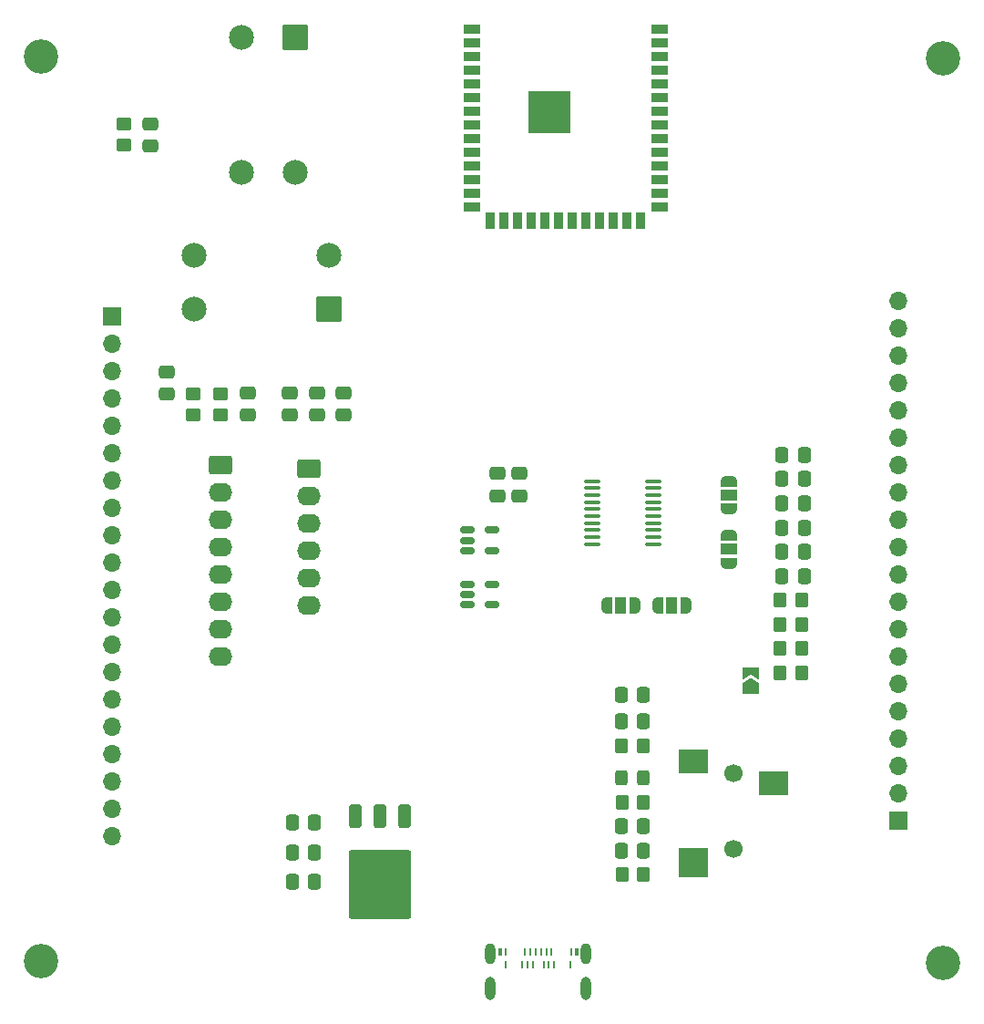
<source format=gbr>
G04 #@! TF.GenerationSoftware,KiCad,Pcbnew,8.0.8*
G04 #@! TF.CreationDate,2025-03-03T21:47:54-06:00*
G04 #@! TF.ProjectId,group13_esp,67726f75-7031-4335-9f65-73702e6b6963,rev?*
G04 #@! TF.SameCoordinates,Original*
G04 #@! TF.FileFunction,Soldermask,Top*
G04 #@! TF.FilePolarity,Negative*
%FSLAX46Y46*%
G04 Gerber Fmt 4.6, Leading zero omitted, Abs format (unit mm)*
G04 Created by KiCad (PCBNEW 8.0.8) date 2025-03-03 21:47:54*
%MOMM*%
%LPD*%
G01*
G04 APERTURE LIST*
G04 Aperture macros list*
%AMRoundRect*
0 Rectangle with rounded corners*
0 $1 Rounding radius*
0 $2 $3 $4 $5 $6 $7 $8 $9 X,Y pos of 4 corners*
0 Add a 4 corners polygon primitive as box body*
4,1,4,$2,$3,$4,$5,$6,$7,$8,$9,$2,$3,0*
0 Add four circle primitives for the rounded corners*
1,1,$1+$1,$2,$3*
1,1,$1+$1,$4,$5*
1,1,$1+$1,$6,$7*
1,1,$1+$1,$8,$9*
0 Add four rect primitives between the rounded corners*
20,1,$1+$1,$2,$3,$4,$5,0*
20,1,$1+$1,$4,$5,$6,$7,0*
20,1,$1+$1,$6,$7,$8,$9,0*
20,1,$1+$1,$8,$9,$2,$3,0*%
%AMFreePoly0*
4,1,19,0.550000,-0.750000,0.000000,-0.750000,0.000000,-0.744911,-0.071157,-0.744911,-0.207708,-0.704816,-0.327430,-0.627875,-0.420627,-0.520320,-0.479746,-0.390866,-0.500000,-0.250000,-0.500000,0.250000,-0.479746,0.390866,-0.420627,0.520320,-0.327430,0.627875,-0.207708,0.704816,-0.071157,0.744911,0.000000,0.744911,0.000000,0.750000,0.550000,0.750000,0.550000,-0.750000,0.550000,-0.750000,
$1*%
%AMFreePoly1*
4,1,19,0.000000,0.744911,0.071157,0.744911,0.207708,0.704816,0.327430,0.627875,0.420627,0.520320,0.479746,0.390866,0.500000,0.250000,0.500000,-0.250000,0.479746,-0.390866,0.420627,-0.520320,0.327430,-0.627875,0.207708,-0.704816,0.071157,-0.744911,0.000000,-0.744911,0.000000,-0.750000,-0.550000,-0.750000,-0.550000,0.750000,0.000000,0.750000,0.000000,0.744911,0.000000,0.744911,
$1*%
%AMFreePoly2*
4,1,6,1.000000,0.000000,0.500000,-0.750000,-0.500000,-0.750000,-0.500000,0.750000,0.500000,0.750000,1.000000,0.000000,1.000000,0.000000,$1*%
%AMFreePoly3*
4,1,6,0.500000,-0.750000,-0.650000,-0.750000,-0.150000,0.000000,-0.650000,0.750000,0.500000,0.750000,0.500000,-0.750000,0.500000,-0.750000,$1*%
G04 Aperture macros list end*
%ADD10RoundRect,0.250000X0.337500X0.475000X-0.337500X0.475000X-0.337500X-0.475000X0.337500X-0.475000X0*%
%ADD11RoundRect,0.250000X0.475000X-0.337500X0.475000X0.337500X-0.475000X0.337500X-0.475000X-0.337500X0*%
%ADD12RoundRect,0.250000X0.350000X0.450000X-0.350000X0.450000X-0.350000X-0.450000X0.350000X-0.450000X0*%
%ADD13FreePoly0,0.000000*%
%ADD14R,1.000000X1.500000*%
%ADD15FreePoly1,0.000000*%
%ADD16FreePoly0,270.000000*%
%ADD17R,1.500000X1.000000*%
%ADD18FreePoly1,270.000000*%
%ADD19C,3.200000*%
%ADD20RoundRect,0.075000X-0.075000X-0.300000X0.075000X-0.300000X0.075000X0.300000X-0.075000X0.300000X0*%
%ADD21RoundRect,0.062500X-0.062500X-0.312500X0.062500X-0.312500X0.062500X0.312500X-0.062500X0.312500X0*%
%ADD22O,0.950000X1.950000*%
%ADD23O,0.950000X2.150000*%
%ADD24RoundRect,0.250000X-0.475000X0.337500X-0.475000X-0.337500X0.475000X-0.337500X0.475000X0.337500X0*%
%ADD25RoundRect,0.250000X-0.450000X0.350000X-0.450000X-0.350000X0.450000X-0.350000X0.450000X0.350000X0*%
%ADD26RoundRect,0.250000X-0.337500X-0.475000X0.337500X-0.475000X0.337500X0.475000X-0.337500X0.475000X0*%
%ADD27FreePoly0,180.000000*%
%ADD28FreePoly1,180.000000*%
%ADD29RoundRect,0.250000X-0.325000X-0.450000X0.325000X-0.450000X0.325000X0.450000X-0.325000X0.450000X0*%
%ADD30RoundRect,0.250000X-0.350000X-0.450000X0.350000X-0.450000X0.350000X0.450000X-0.350000X0.450000X0*%
%ADD31R,1.700000X1.700000*%
%ADD32O,1.700000X1.700000*%
%ADD33RoundRect,0.250000X-0.845000X0.620000X-0.845000X-0.620000X0.845000X-0.620000X0.845000X0.620000X0*%
%ADD34O,2.190000X1.740000*%
%ADD35RoundRect,0.250000X0.450000X-0.350000X0.450000X0.350000X-0.450000X0.350000X-0.450000X-0.350000X0*%
%ADD36C,1.700000*%
%ADD37R,2.800000X2.200000*%
%ADD38R,2.800000X2.800000*%
%ADD39RoundRect,0.150000X-0.512500X-0.150000X0.512500X-0.150000X0.512500X0.150000X-0.512500X0.150000X0*%
%ADD40RoundRect,0.102000X-1.050000X1.050000X-1.050000X-1.050000X1.050000X-1.050000X1.050000X1.050000X0*%
%ADD41C,2.304000*%
%ADD42FreePoly2,90.000000*%
%ADD43FreePoly3,90.000000*%
%ADD44R,1.500000X0.900000*%
%ADD45R,0.900000X1.500000*%
%ADD46C,0.600000*%
%ADD47R,3.900000X3.900000*%
%ADD48FreePoly0,90.000000*%
%ADD49FreePoly1,90.000000*%
%ADD50RoundRect,0.100000X-0.637500X-0.100000X0.637500X-0.100000X0.637500X0.100000X-0.637500X0.100000X0*%
%ADD51RoundRect,0.250000X-0.350000X0.850000X-0.350000X-0.850000X0.350000X-0.850000X0.350000X0.850000X0*%
%ADD52RoundRect,0.249997X-2.650003X2.950003X-2.650003X-2.950003X2.650003X-2.950003X2.650003X2.950003X0*%
%ADD53RoundRect,0.102000X1.050000X1.050000X-1.050000X1.050000X-1.050000X-1.050000X1.050000X-1.050000X0*%
G04 APERTURE END LIST*
D10*
X153750000Y-89250000D03*
X151675000Y-89250000D03*
D11*
X102028000Y-74325000D03*
X102028000Y-72250000D03*
D12*
X153500000Y-98250000D03*
X151500000Y-98250000D03*
D13*
X140150000Y-92000000D03*
D14*
X141450000Y-92000000D03*
D15*
X142750000Y-92000000D03*
D16*
X146750000Y-85450000D03*
D17*
X146750000Y-86750000D03*
D18*
X146750000Y-88050000D03*
D12*
X153500000Y-91500000D03*
X151500000Y-91500000D03*
D19*
X82804000Y-125021000D03*
D20*
X125487000Y-124133000D03*
D21*
X125987000Y-124133000D03*
D20*
X132587000Y-124133000D03*
D21*
X127787000Y-124133000D03*
X128287000Y-124133000D03*
X128787000Y-124133000D03*
X129287000Y-124133000D03*
X129787000Y-124133000D03*
X130287000Y-124133000D03*
X132087000Y-124133000D03*
X132037000Y-125383000D03*
X130537000Y-125383000D03*
X130037000Y-125383000D03*
X129537000Y-125383000D03*
X128537000Y-125383000D03*
X128037000Y-125383000D03*
X127537000Y-125383000D03*
X126037000Y-125383000D03*
D22*
X124587000Y-124308000D03*
D23*
X124587000Y-127508000D03*
D22*
X133487000Y-124308000D03*
D23*
X133487000Y-127508000D03*
D24*
X110972000Y-72250000D03*
X110972000Y-74325000D03*
D25*
X99528000Y-72325000D03*
X99528000Y-74325000D03*
D10*
X108249000Y-117638000D03*
X106174000Y-117638000D03*
D19*
X166677000Y-41148000D03*
D26*
X136750000Y-114750000D03*
X138825000Y-114750000D03*
D27*
X138000000Y-92000000D03*
D14*
X136700000Y-92000000D03*
D28*
X135400000Y-92000000D03*
D29*
X136775000Y-108000000D03*
X138825000Y-108000000D03*
D30*
X136787500Y-105000000D03*
X138787500Y-105000000D03*
D31*
X162500000Y-111980000D03*
D32*
X162500000Y-109440000D03*
X162500000Y-106900000D03*
X162500000Y-104360000D03*
X162500000Y-101820000D03*
X162500000Y-99280000D03*
X162500000Y-96740000D03*
X162500000Y-94200000D03*
X162500000Y-91660000D03*
X162500000Y-89120000D03*
X162500000Y-86580000D03*
X162500000Y-84040000D03*
X162500000Y-81500000D03*
X162500000Y-78960000D03*
X162500000Y-76420000D03*
X162500000Y-73880000D03*
X162500000Y-71340000D03*
X162500000Y-68800000D03*
X162500000Y-66260000D03*
X162500000Y-63720000D03*
D19*
X166677000Y-125148000D03*
D24*
X127250000Y-79750000D03*
X127250000Y-81825000D03*
D26*
X151675000Y-78000000D03*
X153750000Y-78000000D03*
D24*
X105972000Y-72250000D03*
X105972000Y-74325000D03*
D19*
X82804000Y-41021000D03*
D33*
X99500000Y-78960000D03*
D34*
X99500000Y-81500000D03*
X99500000Y-84040000D03*
X99500000Y-86580000D03*
X99500000Y-89120000D03*
X99500000Y-91660000D03*
X99500000Y-94200000D03*
X99500000Y-96740000D03*
D10*
X153750000Y-84750000D03*
X151675000Y-84750000D03*
D11*
X94500000Y-72362500D03*
X94500000Y-70287500D03*
D26*
X151675000Y-80250000D03*
X153750000Y-80250000D03*
D35*
X90500000Y-49250000D03*
X90500000Y-47250000D03*
D10*
X138825000Y-112500000D03*
X136750000Y-112500000D03*
D26*
X151675000Y-87000000D03*
X153750000Y-87000000D03*
D36*
X147200000Y-107600000D03*
X147200000Y-114600000D03*
D37*
X150900000Y-108500000D03*
X143500000Y-106500000D03*
D38*
X143500000Y-115900000D03*
D26*
X136750000Y-100250000D03*
X138825000Y-100250000D03*
D24*
X108500000Y-72250000D03*
X108500000Y-74325000D03*
D26*
X151675000Y-82500000D03*
X153750000Y-82500000D03*
D24*
X125250000Y-79750000D03*
X125250000Y-81825000D03*
D39*
X122475000Y-90000000D03*
X122475000Y-90950000D03*
X122475000Y-91900000D03*
X124750000Y-91900000D03*
X124750000Y-90000000D03*
D40*
X106500000Y-39250000D03*
D41*
X106500000Y-51750000D03*
X101500000Y-39250000D03*
X101500000Y-51750000D03*
D39*
X122475000Y-85000000D03*
X122475000Y-85950000D03*
X122475000Y-86900000D03*
X124750000Y-86900000D03*
X124750000Y-85000000D03*
D42*
X148750000Y-99700000D03*
D43*
X148750000Y-98250000D03*
D31*
X89472000Y-65159000D03*
D32*
X89472000Y-67699000D03*
X89472000Y-70239000D03*
X89472000Y-72779000D03*
X89472000Y-75319000D03*
X89472000Y-77859000D03*
X89472000Y-80399000D03*
X89472000Y-82939000D03*
X89472000Y-85479000D03*
X89472000Y-88019000D03*
X89472000Y-90559000D03*
X89472000Y-93099000D03*
X89472000Y-95639000D03*
X89472000Y-98179000D03*
X89472000Y-100719000D03*
X89472000Y-103259000D03*
X89472000Y-105799000D03*
X89472000Y-108339000D03*
X89472000Y-110879000D03*
X89472000Y-113419000D03*
D30*
X136825000Y-110250000D03*
X138825000Y-110250000D03*
D44*
X122850000Y-38480000D03*
X122850000Y-39750000D03*
X122850000Y-41020000D03*
X122850000Y-42290000D03*
X122850000Y-43560000D03*
X122850000Y-44830000D03*
X122850000Y-46100000D03*
X122850000Y-47370000D03*
X122850000Y-48640000D03*
X122850000Y-49910000D03*
X122850000Y-51180000D03*
X122850000Y-52450000D03*
X122850000Y-53720000D03*
X122850000Y-54990000D03*
D45*
X124615000Y-56240000D03*
X125885000Y-56240000D03*
X127155000Y-56240000D03*
X128425000Y-56240000D03*
X129695000Y-56240000D03*
X130965000Y-56240000D03*
X132235000Y-56240000D03*
X133505000Y-56240000D03*
X134775000Y-56240000D03*
X136045000Y-56240000D03*
X137315000Y-56240000D03*
X138585000Y-56240000D03*
D44*
X140350000Y-54990000D03*
X140350000Y-53720000D03*
X140350000Y-52450000D03*
X140350000Y-51180000D03*
X140350000Y-49910000D03*
X140350000Y-48640000D03*
X140350000Y-47370000D03*
X140350000Y-46100000D03*
X140350000Y-44830000D03*
X140350000Y-43560000D03*
X140350000Y-42290000D03*
X140350000Y-41020000D03*
X140350000Y-39750000D03*
X140350000Y-38480000D03*
D46*
X128700000Y-45500000D03*
X128700000Y-46900000D03*
X129400000Y-44800000D03*
X129400000Y-46200000D03*
X129400000Y-47600000D03*
X130100000Y-45500000D03*
D47*
X130100000Y-46200000D03*
D46*
X130100000Y-46900000D03*
X130800000Y-44800000D03*
X130800000Y-46200000D03*
X130800000Y-47600000D03*
X131500000Y-45500000D03*
X131500000Y-46900000D03*
D48*
X146750000Y-83050000D03*
D17*
X146750000Y-81750000D03*
D49*
X146750000Y-80450000D03*
D50*
X134025000Y-80450000D03*
X134025000Y-81100000D03*
X134025000Y-81750000D03*
X134025000Y-82400000D03*
X134025000Y-83050000D03*
X134025000Y-83700000D03*
X134025000Y-84350000D03*
X134025000Y-85000000D03*
X134025000Y-85650000D03*
X134025000Y-86300000D03*
X139750000Y-86300000D03*
X139750000Y-85650000D03*
X139750000Y-85000000D03*
X139750000Y-84350000D03*
X139750000Y-83700000D03*
X139750000Y-83050000D03*
X139750000Y-82400000D03*
X139750000Y-81750000D03*
X139750000Y-81100000D03*
X139750000Y-80450000D03*
D26*
X106174000Y-114888000D03*
X108249000Y-114888000D03*
X136750000Y-102750000D03*
X138825000Y-102750000D03*
D51*
X116581000Y-111580000D03*
X114301000Y-111580000D03*
D52*
X114301000Y-117880000D03*
D51*
X112021000Y-111580000D03*
D12*
X153500000Y-93750000D03*
X151500000Y-93750000D03*
D25*
X97000000Y-72325000D03*
X97000000Y-74325000D03*
D33*
X107750000Y-79250000D03*
D34*
X107750000Y-81790000D03*
X107750000Y-84330000D03*
X107750000Y-86870000D03*
X107750000Y-89410000D03*
X107750000Y-91950000D03*
D24*
X93000000Y-47250000D03*
X93000000Y-49325000D03*
D12*
X153500000Y-96000000D03*
X151500000Y-96000000D03*
X138825000Y-117000000D03*
X136825000Y-117000000D03*
D53*
X109575000Y-64500000D03*
D41*
X97075000Y-64500000D03*
X109575000Y-59500000D03*
X97075000Y-59500000D03*
D10*
X108249000Y-112138000D03*
X106174000Y-112138000D03*
M02*

</source>
